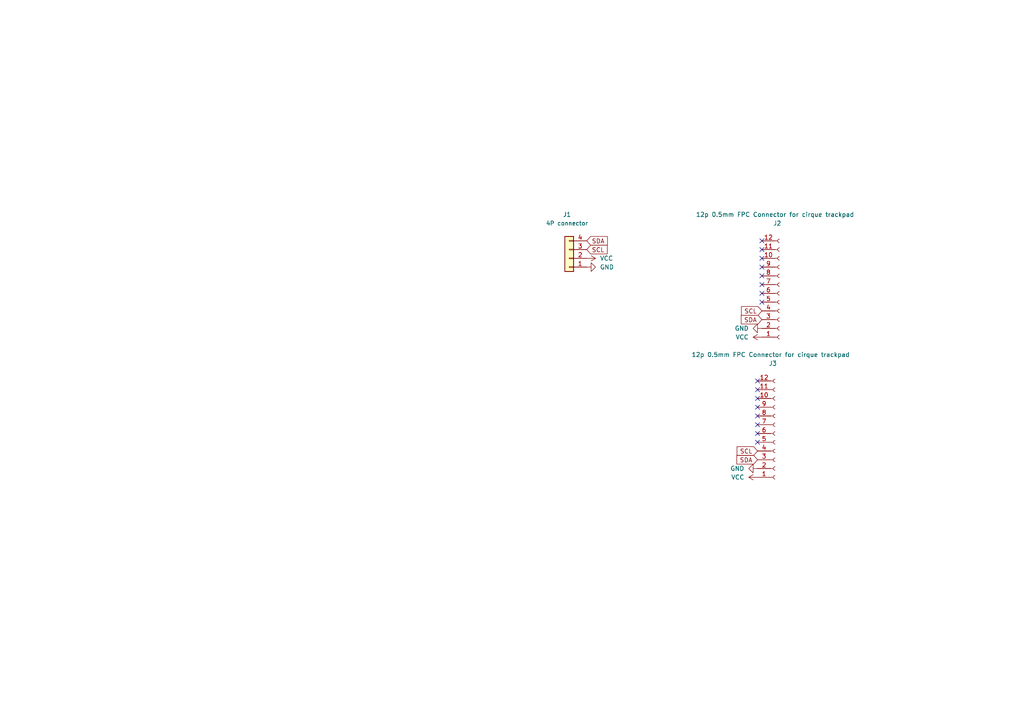
<source format=kicad_sch>
(kicad_sch (version 20211123) (generator eeschema)
  (paper "A4")
  (lib_symbols
    (symbol "Connector:Conn_01x12_Female" (pin_names (offset 1.016) hide)
      (property "Reference" "J" (at 0 15.24 0))
      (property "Value" "Conn_01x12_Female" (at 0 -17.78 0))
      (symbol "Conn_01x12_Female_1_1"
        (arc (start 0 -14.732) (mid -0.508 -15.24) (end 0 -15.748) (stroke (width 0.1524)))
        (arc (start 0 -12.192) (mid -0.508 -12.7) (end 0 -13.208) (stroke (width 0.1524)))
        (arc (start 0 -9.652) (mid -0.508 -10.16) (end 0 -10.668) (stroke (width 0.1524)))
        (arc (start 0 -7.112) (mid -0.508 -7.62) (end 0 -8.128) (stroke (width 0.1524)))
        (arc (start 0 -4.572) (mid -0.508 -5.08) (end 0 -5.588) (stroke (width 0.1524)))
        (arc (start 0 -2.032) (mid -0.508 -2.54) (end 0 -3.048) (stroke (width 0.1524)))
        (polyline (pts (xy -1.27 -15.24) (xy -0.508 -15.24)) (stroke (width 0.1524)))
        (polyline (pts (xy -1.27 -12.7) (xy -0.508 -12.7)) (stroke (width 0.1524)))
        (polyline (pts (xy -1.27 -10.16) (xy -0.508 -10.16)) (stroke (width 0.1524)))
        (polyline (pts (xy -1.27 -7.62) (xy -0.508 -7.62)) (stroke (width 0.1524)))
        (polyline (pts (xy -1.27 -5.08) (xy -0.508 -5.08)) (stroke (width 0.1524)))
        (polyline (pts (xy -1.27 -2.54) (xy -0.508 -2.54)) (stroke (width 0.1524)))
        (polyline (pts (xy -1.27 0) (xy -0.508 0)) (stroke (width 0.1524)))
        (polyline (pts (xy -1.27 2.54) (xy -0.508 2.54)) (stroke (width 0.1524)))
        (polyline (pts (xy -1.27 5.08) (xy -0.508 5.08)) (stroke (width 0.1524)))
        (polyline (pts (xy -1.27 7.62) (xy -0.508 7.62)) (stroke (width 0.1524)))
        (polyline (pts (xy -1.27 10.16) (xy -0.508 10.16)) (stroke (width 0.1524)))
        (polyline (pts (xy -1.27 12.7) (xy -0.508 12.7)) (stroke (width 0.1524)))
        (arc (start 0 0.508) (mid -0.508 0) (end 0 -0.508) (stroke (width 0.1524)))
        (arc (start 0 3.048) (mid -0.508 2.54) (end 0 2.032) (stroke (width 0.1524)))
        (arc (start 0 5.588) (mid -0.508 5.08) (end 0 4.572) (stroke (width 0.1524)))
        (arc (start 0 8.128) (mid -0.508 7.62) (end 0 7.112) (stroke (width 0.1524)))
        (arc (start 0 10.668) (mid -0.508 10.16) (end 0 9.652) (stroke (width 0.1524)))
        (arc (start 0 13.208) (mid -0.508 12.7) (end 0 12.192) (stroke (width 0.1524)))
        (pin passive line (at -5.08 12.7 0) (length 3.81) (name "Pin_1") (number "1"))
        (pin passive line (at -5.08 -10.16 0) (length 3.81) (name "Pin_10") (number "10"))
        (pin passive line (at -5.08 -12.7 0) (length 3.81) (name "Pin_11") (number "11"))
        (pin passive line (at -5.08 -15.24 0) (length 3.81) (name "Pin_12") (number "12"))
        (pin passive line (at -5.08 10.16 0) (length 3.81) (name "Pin_2") (number "2"))
        (pin passive line (at -5.08 7.62 0) (length 3.81) (name "Pin_3") (number "3"))
        (pin passive line (at -5.08 5.08 0) (length 3.81) (name "Pin_4") (number "4"))
        (pin passive line (at -5.08 2.54 0) (length 3.81) (name "Pin_5") (number "5"))
        (pin passive line (at -5.08 0 0) (length 3.81) (name "Pin_6") (number "6"))
        (pin passive line (at -5.08 -2.54 0) (length 3.81) (name "Pin_7") (number "7"))
        (pin passive line (at -5.08 -5.08 0) (length 3.81) (name "Pin_8") (number "8"))
        (pin passive line (at -5.08 -7.62 0) (length 3.81) (name "Pin_9") (number "9"))
      )
    )
    (symbol "Connector_Generic:Conn_01x04" (pin_names (offset 1.016) hide)
      (property "Reference" "J" (at 0 5.08 0))
      (property "Value" "Conn_01x04" (at 0 -7.62 0))
      (symbol "Conn_01x04_1_1"
        (rectangle (start -1.27 -4.953) (end 0 -5.207) (stroke (width 0.1524)))
        (rectangle (start -1.27 -2.413) (end 0 -2.667) (stroke (width 0.1524)))
        (rectangle (start -1.27 0.127) (end 0 -0.127) (stroke (width 0.1524)))
        (rectangle (start -1.27 2.667) (end 0 2.413) (stroke (width 0.1524)))
        (rectangle (start -1.27 3.81) (end 1.27 -6.35) (stroke (width 0.254)) (fill (type background)))
        (pin passive line (at -5.08 2.54 0) (length 3.81) (name "Pin_1") (number "1"))
        (pin passive line (at -5.08 0 0) (length 3.81) (name "Pin_2") (number "2"))
        (pin passive line (at -5.08 -2.54 0) (length 3.81) (name "Pin_3") (number "3"))
        (pin passive line (at -5.08 -5.08 0) (length 3.81) (name "Pin_4") (number "4"))
      )
    )
    (symbol "power:GND" (power) (pin_names (offset 0))
      (property "Value" "GND" (at 0 -3.81 0))
      (symbol "GND_0_1"
        (polyline (pts (xy 0 0) (xy 0 -1.27) (xy 1.27 -1.27) (xy 0 -2.54) (xy -1.27 -1.27) (xy 0 -1.27)))
      )
      (symbol "GND_1_1"
        (pin power_in line (at 0 0 270) (length 0) hide (name "GND") (number "1"))
      )
    )
    (symbol "power:VCC" (power) (pin_names (offset 0))
      (property "Value" "VCC" (at 0 3.81 0))
      (symbol "VCC_0_1"
        (polyline (pts (xy -0.762 1.27) (xy 0 2.54)))
        (polyline (pts (xy 0 0) (xy 0 2.54)))
        (polyline (pts (xy 0 2.54) (xy 0.762 1.27)))
      )
      (symbol "VCC_1_1"
        (pin power_in line (at 0 0 90) (length 0) hide (name "VCC") (number "1"))
      )
    )
  )
  (no_connect (at 220.98 85.09))
  (no_connect (at 220.98 87.63))
  (no_connect (at 220.98 82.55))
  (no_connect (at 220.98 80.01))
  (no_connect (at 220.98 72.39))
  (no_connect (at 220.98 69.85))
  (no_connect (at 220.98 74.93))
  (no_connect (at 220.98 77.47))
  (no_connect (at 219.71 110.49))
  (no_connect (at 219.71 123.19))
  (no_connect (at 219.71 118.11))
  (no_connect (at 219.71 128.27))
  (no_connect (at 219.71 113.03))
  (no_connect (at 219.71 125.73))
  (no_connect (at 219.71 115.57))
  (no_connect (at 219.71 120.65))
  (wire (pts (xy 219.964 115.57) (xy 219.71 115.57)))
  (wire (pts (xy 221.234 74.93) (xy 220.98 74.93)))
  (global_label "SCL" (shape input) (at 170.18 72.39 0) (property "Intersheet References" "${INTERSHEET_REFS}" (effects hide)))
  (global_label "SDA" (shape input) (at 219.71 133.35 180) (property "Intersheet References" "${INTERSHEET_REFS}" (effects hide)))
  (global_label "SDA" (shape input) (at 220.98 92.71 180) (property "Intersheet References" "${INTERSHEET_REFS}" (effects hide)))
  (global_label "SCL" (shape input) (at 219.71 130.81 180) (property "Intersheet References" "${INTERSHEET_REFS}" (effects hide)))
  (global_label "SDA" (shape input) (at 170.18 69.85 0) (property "Intersheet References" "${INTERSHEET_REFS}" (effects hide)))
  (global_label "SCL" (shape input) (at 220.98 90.17 180) (property "Intersheet References" "${INTERSHEET_REFS}" (effects hide)))
  (symbol (lib_id "Connector:Conn_01x12_Female") (at 224.79 125.73 0) (mirror x) (unit 1)
    (property "Reference" "J3" (at 224.155 105.41 0))
    (property "Value" "12p 0.5mm FPC Connector for cirque trackpad" (at 223.52 102.87 0))
    (property "Footprint" "Connector_FFC-FPC:Hirose_FH12-12S-0.5SH_1x12-1MP_P0.50mm_Horizontal" (effects hide))
    (property "Datasheet" "https://www.dropbox.com/s/atnyz9xfyymsmdw/GP-DS-170805%20TM023023%20SPI-I2C%20PINN%20Trackpad%20Spec.pdf?dl=0" (effects hide))
  )
  (symbol (lib_id "Connector_Generic:Conn_01x04") (at 165.1 74.93 180) (unit 1)
    (property "Reference" "J1" (at 164.465 62.23 0) (effects (font (size 1.2954 1.2954))))
    (property "Value" "4P connector" (at 164.465 64.77 0) (effects (font (size 1.1938 1.1938))))
    (property "Footprint" "Connector_PinHeader_2.54mm:PinHeader_1x04_P2.54mm_Vertical" (effects hide))
  )
  (symbol (lib_id "power:GND") (at 220.98 95.25 270) (unit 1)
    (property "Reference" "#PWR03" (effects hide))
    (property "Value" "GND" (at 217.17 95.2499 90) (effects (justify right)))
  )
  (symbol (lib_id "power:GND") (at 170.18 77.47 90) (unit 1)
    (property "Reference" "#PWR02" (effects hide))
    (property "Value" "GND" (at 173.99 77.4699 90) (effects (justify right)))
  )
  (symbol (lib_id "power:VCC") (at 219.71 138.43 90) (unit 1)
    (property "Reference" "#PWR06" (effects hide))
    (property "Value" "VCC" (at 215.9 138.4301 90) (effects (justify left)))
  )
  (symbol (lib_id "power:GND") (at 219.71 135.89 270) (unit 1)
    (property "Reference" "#PWR05" (effects hide))
    (property "Value" "GND" (at 215.9 135.8899 90) (effects (justify right)))
  )
  (symbol (lib_id "power:VCC") (at 170.18 74.93 270) (unit 1)
    (property "Reference" "#PWR01" (effects hide))
    (property "Value" "VCC" (at 173.99 74.9299 90) (effects (justify left)))
  )
  (symbol (lib_id "power:VCC") (at 220.98 97.79 90) (unit 1)
    (property "Reference" "#PWR04" (effects hide))
    (property "Value" "VCC" (at 217.17 97.7901 90) (effects (justify left)))
  )
  (symbol (lib_id "Connector:Conn_01x12_Female") (at 226.06 85.09 0) (mirror x) (unit 1)
    (property "Reference" "J2" (at 225.425 64.77 0))
    (property "Value" "12p 0.5mm FPC Connector for cirque trackpad" (at 224.79 62.23 0))
    (property "Footprint" "Connector_FFC-FPC:Hirose_FH12-12S-0.5SH_1x12-1MP_P0.50mm_Horizontal" (effects hide))
    (property "Datasheet" "https://www.dropbox.com/s/atnyz9xfyymsmdw/GP-DS-170805%20TM023023%20SPI-I2C%20PINN%20Trackpad%20Spec.pdf?dl=0" (effects hide))
  )
)
</source>
